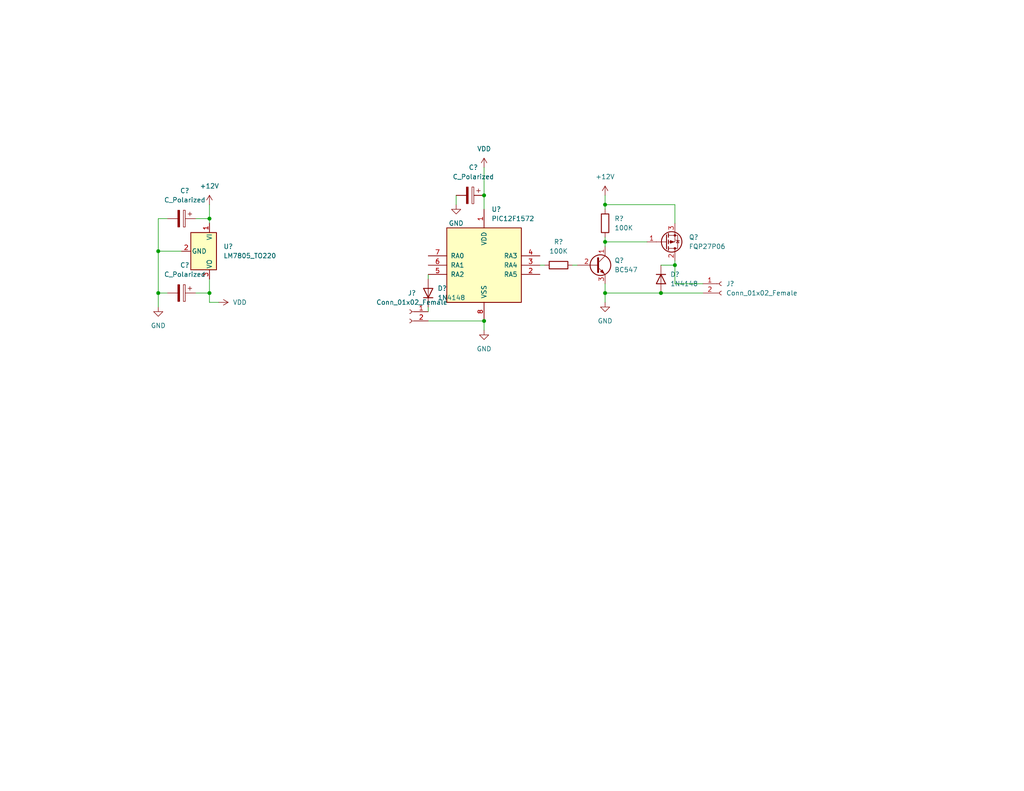
<source format=kicad_sch>
(kicad_sch (version 20211123) (generator eeschema)
  (paper "USLetter")
  (title_block (title "Delay / Retrigger - Control Power MOSFET"))
  (lib_symbols
    (symbol "Connector:Conn_01x02_Female" (pin_names (offset 1.016) hide)
      (property "Reference" "J" (at 0 2.54 0))
      (property "Value" "Conn_01x02_Female" (at 0 -5.08 0))
      (symbol "Conn_01x02_Female_1_1"
        (arc (start 0 -2.032) (mid -0.508 -2.54) (end 0 -3.048) (stroke (width 0.1524)))
        (polyline (pts (xy -1.27 -2.54) (xy -0.508 -2.54)) (stroke (width 0.1524)))
        (polyline (pts (xy -1.27 0) (xy -0.508 0)) (stroke (width 0.1524)))
        (arc (start 0 0.508) (mid -0.508 0) (end 0 -0.508) (stroke (width 0.1524)))
        (pin passive line (at -5.08 0 0) (length 3.81) (name "Pin_1") (number "1"))
        (pin passive line (at -5.08 -2.54 0) (length 3.81) (name "Pin_2") (number "2"))
      )
    )
    (symbol "Device:C_Polarized" (pin_numbers hide) (pin_names (offset 0.254))
      (property "Reference" "C" (at 0.635 2.54 0))
      (property "Value" "C_Polarized" (at 0.635 -2.54 0))
      (symbol "C_Polarized_0_1"
        (rectangle (start -2.286 0.508) (end 2.286 1.016))
        (polyline (pts (xy -1.778 2.286) (xy -0.762 2.286)))
        (polyline (pts (xy -1.27 2.794) (xy -1.27 1.778)))
        (rectangle (start 2.286 -0.508) (end -2.286 -1.016) (fill (type outline)))
      )
      (symbol "C_Polarized_1_1"
        (pin passive line (at 0 3.81 270) (length 2.794) (name "~") (number "1"))
        (pin passive line (at 0 -3.81 90) (length 2.794) (name "~") (number "2"))
      )
    )
    (symbol "Device:R" (pin_numbers hide) (pin_names (offset 0))
      (property "Reference" "R" (at 2.032 0 90))
      (property "Value" "R" (at 0 0 90))
      (symbol "R_0_1"
        (rectangle (start -1.016 -2.54) (end 1.016 2.54) (stroke (width 0.254)))
      )
      (symbol "R_1_1"
        (pin passive line (at 0 3.81 270) (length 1.27) (name "~") (number "1"))
        (pin passive line (at 0 -3.81 90) (length 1.27) (name "~") (number "2"))
      )
    )
    (symbol "Diode:1N4148" (pin_numbers hide) (pin_names (offset 1.016) hide)
      (property "Reference" "D" (at 0 2.54 0))
      (property "Value" "1N4148" (at 0 -2.54 0))
      (symbol "1N4148_0_1"
        (polyline (pts (xy -1.27 1.27) (xy -1.27 -1.27)) (stroke (width 0.254)))
        (polyline (pts (xy 1.27 0) (xy -1.27 0)))
        (polyline (pts (xy 1.27 1.27) (xy 1.27 -1.27) (xy -1.27 0) (xy 1.27 1.27)) (stroke (width 0.254)))
      )
      (symbol "1N4148_1_1"
        (pin passive line (at -3.81 0 0) (length 2.54) (name "K") (number "1"))
        (pin passive line (at 3.81 0 180) (length 2.54) (name "A") (number "2"))
      )
    )
    (symbol "MCU_Microchip_PIC12:PIC12F1501-IP" (pin_names (offset 1.016))
      (property "Reference" "U" (at 1.27 13.97 0))
      (property "Value" "PIC12F1501-IP" (at 1.27 11.43 0))
      (symbol "PIC12F1501-IP_0_1"
        (rectangle (start 10.16 -10.16) (end -10.16 10.16) (stroke (width 0.254)) (fill (type background)))
      )
      (symbol "PIC12F1501-IP_1_1"
        (pin power_in line (at 0 15.24 270) (length 5.08) (name "VDD") (number "1"))
        (pin bidirectional line (at 15.24 -2.54 180) (length 5.08) (name "RA5") (number "2"))
        (pin bidirectional line (at 15.24 0 180) (length 5.08) (name "RA4") (number "3"))
        (pin input line (at 15.24 2.54 180) (length 5.08) (name "RA3") (number "4"))
        (pin bidirectional line (at -15.24 -2.54 0) (length 5.08) (name "RA2") (number "5"))
        (pin bidirectional line (at -15.24 0 0) (length 5.08) (name "RA1") (number "6"))
        (pin bidirectional line (at -15.24 2.54 0) (length 5.08) (name "RA0") (number "7"))
        (pin power_in line (at 0 -15.24 90) (length 5.08) (name "VSS") (number "8"))
      )
    )
    (symbol "Regulator_Linear:LM7805_TO220" (pin_names (offset 0.254))
      (property "Reference" "U" (at -3.81 3.175 0))
      (property "Value" "LM7805_TO220" (at 0 3.175 0))
      (symbol "LM7805_TO220_0_1"
        (rectangle (start -5.08 1.905) (end 5.08 -5.08) (stroke (width 0.254)) (fill (type background)))
      )
      (symbol "LM7805_TO220_1_1"
        (pin power_in line (at -7.62 0 0) (length 2.54) (name "VI") (number "1"))
        (pin power_in line (at 0 -7.62 90) (length 2.54) (name "GND") (number "2"))
        (pin power_out line (at 7.62 0 180) (length 2.54) (name "VO") (number "3"))
      )
    )
    (symbol "Transistor_BJT:BC547" (pin_names (offset 0) hide)
      (property "Reference" "Q" (at 5.08 1.905 0))
      (property "Value" "BC547" (at 5.08 0 0))
      (symbol "BC547_0_1"
        (polyline (pts (xy 0 0) (xy 0.635 0)))
        (polyline (pts (xy 0.635 0.635) (xy 2.54 2.54)))
        (polyline (pts (xy 0.635 -0.635) (xy 2.54 -2.54) (xy 2.54 -2.54)))
        (polyline (pts (xy 0.635 1.905) (xy 0.635 -1.905) (xy 0.635 -1.905)) (stroke (width 0.508)))
        (polyline (pts (xy 1.27 -1.778) (xy 1.778 -1.27) (xy 2.286 -2.286) (xy 1.27 -1.778) (xy 1.27 -1.778)) (fill (type outline)))
        (circle (center 1.27 0) (radius 2.8194) (stroke (width 0.254)))
      )
      (symbol "BC547_1_1"
        (pin passive line (at 2.54 5.08 270) (length 2.54) (name "C") (number "1"))
        (pin input line (at -5.08 0 0) (length 5.08) (name "B") (number "2"))
        (pin passive line (at 2.54 -5.08 90) (length 2.54) (name "E") (number "3"))
      )
    )
    (symbol "Transistor_FET:FQP27P06" (pin_names hide)
      (property "Reference" "Q" (at 5.08 1.905 0))
      (property "Value" "FQP27P06" (at 5.08 0 0))
      (symbol "FQP27P06_0_1"
        (polyline (pts (xy 0.254 0) (xy -2.54 0)))
        (polyline (pts (xy 0.254 1.905) (xy 0.254 -1.905)) (stroke (width 0.254)))
        (polyline (pts (xy 0.762 -1.27) (xy 0.762 -2.286)) (stroke (width 0.254)))
        (polyline (pts (xy 0.762 0.508) (xy 0.762 -0.508)) (stroke (width 0.254)))
        (polyline (pts (xy 0.762 2.286) (xy 0.762 1.27)) (stroke (width 0.254)))
        (polyline (pts (xy 2.54 2.54) (xy 2.54 1.778)))
        (polyline (pts (xy 2.54 -2.54) (xy 2.54 0) (xy 0.762 0)))
        (polyline (pts (xy 0.762 1.778) (xy 3.302 1.778) (xy 3.302 -1.778) (xy 0.762 -1.778)))
        (polyline (pts (xy 2.286 0) (xy 1.27 0.381) (xy 1.27 -0.381) (xy 2.286 0)) (fill (type outline)))
        (polyline (pts (xy 2.794 -0.508) (xy 2.921 -0.381) (xy 3.683 -0.381) (xy 3.81 -0.254)))
        (polyline (pts (xy 3.302 -0.381) (xy 2.921 0.254) (xy 3.683 0.254) (xy 3.302 -0.381)))
        (circle (center 1.651 0) (radius 2.794) (stroke (width 0.254)))
        (circle (center 2.54 -1.778) (radius 0.254) (fill (type outline)))
        (circle (center 2.54 1.778) (radius 0.254) (fill (type outline)))
      )
      (symbol "FQP27P06_1_1"
        (pin input line (at -5.08 0 0) (length 2.54) (name "G") (number "1"))
        (pin passive line (at 2.54 5.08 270) (length 2.54) (name "D") (number "2"))
        (pin passive line (at 2.54 -5.08 90) (length 2.54) (name "S") (number "3"))
      )
    )
    (symbol "power:+12V" (power) (pin_names (offset 0))
      (property "Value" "+12V" (at 0 3.556 0))
      (symbol "+12V_0_1"
        (polyline (pts (xy -0.762 1.27) (xy 0 2.54)))
        (polyline (pts (xy 0 0) (xy 0 2.54)))
        (polyline (pts (xy 0 2.54) (xy 0.762 1.27)))
      )
      (symbol "+12V_1_1"
        (pin power_in line (at 0 0 90) (length 0) hide (name "+12V") (number "1"))
      )
    )
    (symbol "power:GND" (power) (pin_names (offset 0))
      (property "Value" "GND" (at 0 -3.81 0))
      (symbol "GND_0_1"
        (polyline (pts (xy 0 0) (xy 0 -1.27) (xy 1.27 -1.27) (xy 0 -2.54) (xy -1.27 -1.27) (xy 0 -1.27)))
      )
      (symbol "GND_1_1"
        (pin power_in line (at 0 0 270) (length 0) hide (name "GND") (number "1"))
      )
    )
    (symbol "power:VDD" (power) (pin_names (offset 0))
      (property "Value" "VDD" (at 0 3.81 0))
      (symbol "VDD_0_1"
        (polyline (pts (xy -0.762 1.27) (xy 0 2.54)))
        (polyline (pts (xy 0 0) (xy 0 2.54)))
        (polyline (pts (xy 0 2.54) (xy 0.762 1.27)))
      )
      (symbol "VDD_1_1"
        (pin power_in line (at 0 0 90) (length 0) hide (name "VDD") (number "1"))
      )
    )
  )
  (junction (at 132.08 53.34))
  (junction (at 43.18 68.58))
  (junction (at 57.15 59.69))
  (junction (at 132.08 87.63))
  (junction (at 165.1 55.88))
  (junction (at 165.1 80.01))
  (junction (at 180.34 80.01))
  (junction (at 184.15 72.39))
  (junction (at 57.15 80.01))
  (junction (at 165.1 66.04))
  (junction (at 43.18 80.01))
  (wire (pts (xy 57.15 76.2) (xy 57.15 80.01)))
  (wire (pts (xy 165.1 66.04) (xy 165.1 67.31)))
  (wire (pts (xy 116.84 83.82) (xy 116.84 85.09)))
  (wire (pts (xy 165.1 66.04) (xy 176.53 66.04)))
  (wire (pts (xy 57.15 55.88) (xy 57.15 59.69)))
  (wire (pts (xy 180.34 80.01) (xy 191.77 80.01)))
  (wire (pts (xy 184.15 71.12) (xy 184.15 72.39)))
  (wire (pts (xy 184.15 77.47) (xy 191.77 77.47)))
  (wire (pts (xy 57.15 59.69) (xy 57.15 60.96)))
  (wire (pts (xy 165.1 77.47) (xy 165.1 80.01)))
  (wire (pts (xy 116.84 74.93) (xy 116.84 76.2)))
  (wire (pts (xy 165.1 80.01) (xy 165.1 82.55)))
  (wire (pts (xy 165.1 53.34) (xy 165.1 55.88)))
  (wire (pts (xy 147.32 72.39) (xy 148.59 72.39)))
  (wire (pts (xy 116.84 87.63) (xy 132.08 87.63)))
  (wire (pts (xy 165.1 55.88) (xy 165.1 57.15)))
  (wire (pts (xy 184.15 72.39) (xy 184.15 77.47)))
  (wire (pts (xy 132.08 53.34) (xy 132.08 57.15)))
  (wire (pts (xy 43.18 80.01) (xy 43.18 83.82)))
  (wire (pts (xy 184.15 60.96) (xy 184.15 55.88)))
  (wire (pts (xy 43.18 59.69) (xy 45.72 59.69)))
  (wire (pts (xy 132.08 87.63) (xy 132.08 90.17)))
  (wire (pts (xy 184.15 55.88) (xy 165.1 55.88)))
  (wire (pts (xy 124.46 53.34) (xy 124.46 55.88)))
  (wire (pts (xy 43.18 68.58) (xy 43.18 59.69)))
  (wire (pts (xy 49.53 68.58) (xy 43.18 68.58)))
  (wire (pts (xy 156.21 72.39) (xy 157.48 72.39)))
  (wire (pts (xy 180.34 72.39) (xy 184.15 72.39)))
  (wire (pts (xy 165.1 80.01) (xy 180.34 80.01)))
  (wire (pts (xy 132.08 45.72) (xy 132.08 53.34)))
  (wire (pts (xy 57.15 80.01) (xy 57.15 82.55)))
  (wire (pts (xy 57.15 82.55) (xy 59.69 82.55)))
  (wire (pts (xy 53.34 59.69) (xy 57.15 59.69)))
  (wire (pts (xy 43.18 80.01) (xy 45.72 80.01)))
  (wire (pts (xy 165.1 64.77) (xy 165.1 66.04)))
  (wire (pts (xy 53.34 80.01) (xy 57.15 80.01)))
  (wire (pts (xy 43.18 68.58) (xy 43.18 80.01)))
  (symbol (lib_id "power:+12V") (at 165.1 53.34 0) (unit 1)
    (property "Reference" "#PWR?" (effects hide))
    (property "Value" "+12V" (at 165.1 48.26 0))
  )
  (symbol (lib_id "Device:C_Polarized") (at 49.53 59.69 270) (unit 1)
    (property "Reference" "C?" (at 50.419 52.07 90))
    (property "Value" "C_Polarized" (at 50.419 54.61 90))
    (property "Footprint" "Capacitor_THT:CP_Radial_Tantal_D8.0mm_P5.00mm" (effects hide))
  )
  (symbol (lib_id "MCU_Microchip_PIC12:PIC12F1501-IP") (at 132.08 72.39 0) (unit 1)
    (property "Reference" "U?" (at 134.0994 57.15 0) (effects (justify left)))
    (property "Value" "PIC12F1572" (at 134.0994 59.69 0) (effects (justify left)))
    (property "Footprint" "Package_DIP:DIP-8_W7.62mm" (effects hide))
    (property "Datasheet" "http://ww1.microchip.com/downloads/en/DeviceDoc/41615A.pdf" (effects hide))
  )
  (symbol (lib_id "Diode:1N4148") (at 180.34 76.2 270) (unit 1)
    (property "Reference" "D?" (at 182.88 74.9299 90) (effects (justify left)))
    (property "Value" "1N4148" (at 182.88 77.4699 90) (effects (justify left)))
    (property "Footprint" "Diode_THT:D_DO-35_SOD27_P7.62mm_Horizontal" (effects hide))
    (property "Datasheet" "https://assets.nexperia.com/documents/data-sheet/1N4148_1N4448.pdf" (effects hide))
  )
  (symbol (lib_id "Transistor_BJT:BC547") (at 162.56 72.39 0) (unit 1)
    (property "Reference" "Q?" (at 167.64 71.1199 0) (effects (justify left)))
    (property "Value" "BC547" (at 167.64 73.6599 0) (effects (justify left)))
    (property "Footprint" "Package_TO_SOT_THT:TO-92_Inline" (effects hide))
    (property "Datasheet" "https://www.onsemi.com/pub/Collateral/BC550-D.pdf" (effects hide))
  )
  (symbol (lib_id "power:GND") (at 132.08 90.17 0) (unit 1)
    (property "Reference" "#PWR?" (effects hide))
    (property "Value" "GND" (at 132.08 95.25 0))
  )
  (symbol (lib_id "power:GND") (at 43.18 83.82 0) (unit 1)
    (property "Reference" "#PWR?" (effects hide))
    (property "Value" "GND" (at 43.18 88.9 0))
  )
  (symbol (lib_id "Device:C_Polarized") (at 128.27 53.34 270) (unit 1)
    (property "Reference" "C?" (at 129.159 45.72 90))
    (property "Value" "C_Polarized" (at 129.159 48.26 90))
    (property "Footprint" "Capacitor_THT:CP_Radial_D5.0mm_P2.00mm" (effects hide))
  )
  (symbol (lib_id "power:VDD") (at 132.08 45.72 0) (unit 1)
    (property "Reference" "#PWR?" (effects hide))
    (property "Value" "VDD" (at 132.08 40.64 0))
  )
  (symbol (lib_id "Device:R") (at 165.1 60.96 180) (unit 1)
    (property "Reference" "R?" (at 167.64 59.6899 0) (effects (justify right)))
    (property "Value" "100K" (at 167.64 62.2299 0) (effects (justify right)))
    (property "Footprint" "Resistor_THT:R_Axial_DIN0204_L3.6mm_D1.6mm_P7.62mm_Horizontal" (effects hide))
  )
  (symbol (lib_id "power:+12V") (at 57.15 55.88 0) (unit 1)
    (property "Reference" "#PWR?" (effects hide))
    (property "Value" "+12V" (at 57.15 50.8 0))
  )
  (symbol (lib_id "Diode:1N4148") (at 116.84 80.01 90) (unit 1)
    (property "Reference" "D?" (at 119.38 78.7399 90) (effects (justify right)))
    (property "Value" "1N4148" (at 119.38 81.2799 90) (effects (justify right)))
    (property "Footprint" "Diode_THT:D_DO-35_SOD27_P7.62mm_Horizontal" (effects hide))
    (property "Datasheet" "https://assets.nexperia.com/documents/data-sheet/1N4148_1N4448.pdf" (effects hide))
  )
  (symbol (lib_id "Connector:Conn_01x02_Female") (at 196.85 77.47 0) (unit 1)
    (property "Reference" "J?" (at 198.12 77.4699 0) (effects (justify left)))
    (property "Value" "Conn_01x02_Female" (at 198.12 80.0099 0) (effects (justify left)))
    (property "Footprint" "Connector_Molex:Molex_Micro-Latch_53253-0270_1x02_P2.00mm_Vertical" (effects hide))
  )
  (symbol (lib_id "Regulator_Linear:LM7805_TO220") (at 57.15 68.58 270) (unit 1)
    (property "Reference" "U?" (at 60.96 67.3099 90) (effects (justify left)))
    (property "Value" "LM7805_TO220" (at 60.96 69.8499 90) (effects (justify left)))
    (property "Footprint" "Package_TO_SOT_THT:TO-220-3_Vertical" (effects hide))
    (property "Datasheet" "https://www.onsemi.cn/PowerSolutions/document/MC7800-D.PDF" (effects hide))
  )
  (symbol (lib_id "power:GND") (at 165.1 82.55 0) (unit 1)
    (property "Reference" "#PWR?" (effects hide))
    (property "Value" "GND" (at 165.1 87.63 0))
  )
  (symbol (lib_id "Device:R") (at 152.4 72.39 90) (unit 1)
    (property "Reference" "R?" (at 152.4 66.04 90))
    (property "Value" "100K" (at 152.4 68.58 90))
    (property "Footprint" "Resistor_THT:R_Axial_DIN0204_L3.6mm_D1.6mm_P7.62mm_Horizontal" (effects hide))
  )
  (symbol (lib_id "Device:C_Polarized") (at 49.53 80.01 270) (unit 1)
    (property "Reference" "C?" (at 50.419 72.39 90))
    (property "Value" "C_Polarized" (at 50.419 74.93 90))
    (property "Footprint" "Capacitor_THT:CP_Radial_Tantal_D8.0mm_P5.00mm" (effects hide))
  )
  (symbol (lib_id "Connector:Conn_01x02_Female") (at 111.76 85.09 0) (mirror y) (unit 1)
    (property "Reference" "J?" (at 112.395 80.01 0))
    (property "Value" "Conn_01x02_Female" (at 112.395 82.55 0))
    (property "Footprint" "Connector_JST:JST_NV_B02P-NV_1x02_P5.00mm_Vertical" (effects hide))
  )
  (symbol (lib_id "power:GND") (at 124.46 55.88 0) (unit 1)
    (property "Reference" "#PWR?" (effects hide))
    (property "Value" "GND" (at 124.46 60.96 0))
  )
  (symbol (lib_id "Transistor_FET:FQP27P06") (at 181.61 66.04 0) (mirror x) (unit 1)
    (property "Reference" "Q?" (at 187.96 64.7699 0) (effects (justify left)))
    (property "Value" "FQP27P06" (at 187.96 67.3099 0) (effects (justify left)))
    (property "Footprint" "Package_TO_SOT_THT:TO-220-3_Vertical" (effects hide))
    (property "Datasheet" "https://www.onsemi.com/pub/Collateral/FQP27P06-D.PDF" (effects hide))
  )
  (symbol (lib_id "power:VDD") (at 59.69 82.55 270) (unit 1)
    (property "Reference" "#PWR?" (effects hide))
    (property "Value" "VDD" (at 63.5 82.5499 90) (effects (justify left)))
  )
)
</source>
